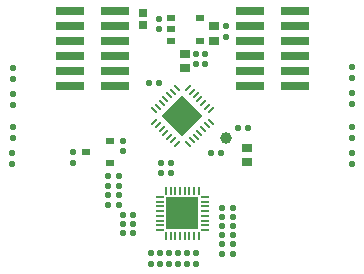
<source format=gtp>
G04*
G04 #@! TF.GenerationSoftware,Altium Limited,Altium Designer,20.0.9 (164)*
G04*
G04 Layer_Color=8421504*
%FSLAX25Y25*%
%MOIN*%
G70*
G01*
G75*
G04:AMPARAMS|DCode=13|XSize=20.47mil|YSize=22.05mil|CornerRadius=5.12mil|HoleSize=0mil|Usage=FLASHONLY|Rotation=0.000|XOffset=0mil|YOffset=0mil|HoleType=Round|Shape=RoundedRectangle|*
%AMROUNDEDRECTD13*
21,1,0.02047,0.01181,0,0,0.0*
21,1,0.01024,0.02205,0,0,0.0*
1,1,0.01024,0.00512,-0.00591*
1,1,0.01024,-0.00512,-0.00591*
1,1,0.01024,-0.00512,0.00591*
1,1,0.01024,0.00512,0.00591*
%
%ADD13ROUNDEDRECTD13*%
G04:AMPARAMS|DCode=14|XSize=20.47mil|YSize=22.05mil|CornerRadius=5.12mil|HoleSize=0mil|Usage=FLASHONLY|Rotation=90.000|XOffset=0mil|YOffset=0mil|HoleType=Round|Shape=RoundedRectangle|*
%AMROUNDEDRECTD14*
21,1,0.02047,0.01181,0,0,90.0*
21,1,0.01024,0.02205,0,0,90.0*
1,1,0.01024,0.00591,0.00512*
1,1,0.01024,0.00591,-0.00512*
1,1,0.01024,-0.00591,-0.00512*
1,1,0.01024,-0.00591,0.00512*
%
%ADD14ROUNDEDRECTD14*%
%ADD15R,0.00866X0.02520*%
%ADD16R,0.02520X0.00866*%
%ADD17R,0.11024X0.11024*%
%ADD18R,0.03150X0.02165*%
%ADD19R,0.02756X0.02165*%
%ADD20R,0.09449X0.02992*%
%ADD21R,0.03543X0.02835*%
%ADD22R,0.03347X0.02756*%
%ADD23P,0.13919X4X180.0*%
G04:AMPARAMS|DCode=24|XSize=7.87mil|YSize=29.53mil|CornerRadius=0mil|HoleSize=0mil|Usage=FLASHONLY|Rotation=135.000|XOffset=0mil|YOffset=0mil|HoleType=Round|Shape=Round|*
%AMOVALD24*
21,1,0.02165,0.00787,0.00000,0.00000,225.0*
1,1,0.00787,0.00766,0.00766*
1,1,0.00787,-0.00766,-0.00766*
%
%ADD24OVALD24*%

G04:AMPARAMS|DCode=25|XSize=7.87mil|YSize=29.53mil|CornerRadius=0mil|HoleSize=0mil|Usage=FLASHONLY|Rotation=225.000|XOffset=0mil|YOffset=0mil|HoleType=Round|Shape=Round|*
%AMOVALD25*
21,1,0.02165,0.00787,0.00000,0.00000,315.0*
1,1,0.00787,-0.00766,0.00766*
1,1,0.00787,0.00766,-0.00766*
%
%ADD25OVALD25*%

%ADD26C,0.03937*%
%ADD27R,0.02500X0.02500*%
D13*
X21910Y-3839D02*
D03*
X18445D02*
D03*
X16823Y-42783D02*
D03*
X13358Y-42783D02*
D03*
X-21224Y-29519D02*
D03*
X-24689D02*
D03*
X-7685Y10957D02*
D03*
X-11150D02*
D03*
X9421Y-12173D02*
D03*
X12886D02*
D03*
X-21224Y-26369D02*
D03*
X-24689D02*
D03*
X-24665Y-23228D02*
D03*
X-21201D02*
D03*
X-24665Y-20079D02*
D03*
X-21201D02*
D03*
X16823Y-33728D02*
D03*
X13358D02*
D03*
X16823Y-30677D02*
D03*
X13358D02*
D03*
Y-36681D02*
D03*
X16823D02*
D03*
X13358Y-39732D02*
D03*
X16823D02*
D03*
X13358Y-45835D02*
D03*
X16823D02*
D03*
X-16346Y-38945D02*
D03*
X-19811Y-38945D02*
D03*
X-16346Y-35894D02*
D03*
X-19811D02*
D03*
X-16346Y-32842D02*
D03*
X-19811Y-32842D02*
D03*
D14*
X-36417Y-12008D02*
D03*
Y-15472D02*
D03*
X56528Y-15874D02*
D03*
Y-12410D02*
D03*
Y-7213D02*
D03*
Y-3748D02*
D03*
X-3906Y-19024D02*
D03*
Y-15559D02*
D03*
X14469Y29980D02*
D03*
Y26516D02*
D03*
X-7677Y32441D02*
D03*
X-7677Y28976D02*
D03*
X4429Y20827D02*
D03*
Y17362D02*
D03*
X7480Y20827D02*
D03*
Y17362D02*
D03*
X-19752Y-11740D02*
D03*
Y-8276D02*
D03*
X4657Y-45776D02*
D03*
X4657Y-49240D02*
D03*
X1606Y-45776D02*
D03*
X1606Y-49240D02*
D03*
X-1445Y-45776D02*
D03*
X-1445Y-49240D02*
D03*
X-4496Y-45776D02*
D03*
X-4496Y-49240D02*
D03*
X-7547Y-45776D02*
D03*
X-7547Y-49240D02*
D03*
X-10598Y-45776D02*
D03*
X-10599Y-49240D02*
D03*
X56528Y4106D02*
D03*
Y7571D02*
D03*
Y12866D02*
D03*
Y16331D02*
D03*
X-56595Y12441D02*
D03*
X-56594Y15905D02*
D03*
X-56595Y3779D02*
D03*
Y7244D02*
D03*
Y-3681D02*
D03*
Y-7146D02*
D03*
X-56661Y-12410D02*
D03*
X-56661Y-15874D02*
D03*
X-7153Y-19024D02*
D03*
X-7154Y-15559D02*
D03*
D15*
X-5480Y-40028D02*
D03*
X-3906D02*
D03*
X-2331D02*
D03*
X-756D02*
D03*
X819D02*
D03*
X2394D02*
D03*
X3968D02*
D03*
X5543D02*
D03*
Y-24870D02*
D03*
X3968D02*
D03*
X2394D02*
D03*
X819D02*
D03*
X-756D02*
D03*
X-2331D02*
D03*
X-3906D02*
D03*
X-5480D02*
D03*
D16*
X7610Y-37961D02*
D03*
Y-36386D02*
D03*
Y-34811D02*
D03*
Y-33236D02*
D03*
Y-31661D02*
D03*
Y-30087D02*
D03*
Y-28512D02*
D03*
Y-26937D02*
D03*
X-7547D02*
D03*
Y-28512D02*
D03*
Y-30087D02*
D03*
Y-31661D02*
D03*
Y-33236D02*
D03*
Y-34811D02*
D03*
Y-36386D02*
D03*
Y-37961D02*
D03*
D17*
X32Y-32449D02*
D03*
D18*
X-3839Y32677D02*
D03*
Y28937D02*
D03*
Y25197D02*
D03*
X6004Y32677D02*
D03*
Y25197D02*
D03*
D19*
X-23984Y-15618D02*
D03*
Y-8138D02*
D03*
X-32252Y-11878D02*
D03*
D20*
X22453Y34972D02*
D03*
X37453D02*
D03*
X22453Y29972D02*
D03*
X37453D02*
D03*
X22453Y24972D02*
D03*
X37453D02*
D03*
X22453Y19972D02*
D03*
X37453D02*
D03*
X22453Y14972D02*
D03*
X37453D02*
D03*
X22453Y9972D02*
D03*
X37453D02*
D03*
X-37488Y34972D02*
D03*
X-22488D02*
D03*
X-37488Y29972D02*
D03*
X-22488D02*
D03*
X-37488Y24972D02*
D03*
X-22488D02*
D03*
X-37488Y19972D02*
D03*
X-22488D02*
D03*
X-37488Y14972D02*
D03*
X-22488D02*
D03*
X-37488Y9972D02*
D03*
X-22488D02*
D03*
D21*
X21488Y-15224D02*
D03*
Y-10500D02*
D03*
X10433Y29921D02*
D03*
Y25197D02*
D03*
D22*
X787Y20669D02*
D03*
Y15945D02*
D03*
D23*
X32Y32D02*
D03*
D24*
X-1848Y-9364D02*
D03*
X-3100Y-8111D02*
D03*
X-4353Y-6859D02*
D03*
X-5606Y-5606D02*
D03*
X-6859Y-4353D02*
D03*
X-8111Y-3100D02*
D03*
X-9364Y-1848D02*
D03*
X1911Y9427D02*
D03*
X3163Y8174D02*
D03*
X4416Y6922D02*
D03*
X5669Y5669D02*
D03*
X6922Y4416D02*
D03*
X8174Y3163D02*
D03*
X9427Y1911D02*
D03*
D25*
X-9364D02*
D03*
X-8111Y3163D02*
D03*
X-6859Y4416D02*
D03*
X-5606Y5669D02*
D03*
X-4353Y6922D02*
D03*
X-3100Y8174D02*
D03*
X-1848Y9427D02*
D03*
X9427Y-1848D02*
D03*
X8174Y-3100D02*
D03*
X6922Y-4353D02*
D03*
X5669Y-5606D02*
D03*
X4416Y-6859D02*
D03*
X3163Y-8111D02*
D03*
X1911Y-9364D02*
D03*
D26*
X14500Y-7252D02*
D03*
D27*
X-12961Y34512D02*
D03*
Y30512D02*
D03*
M02*

</source>
